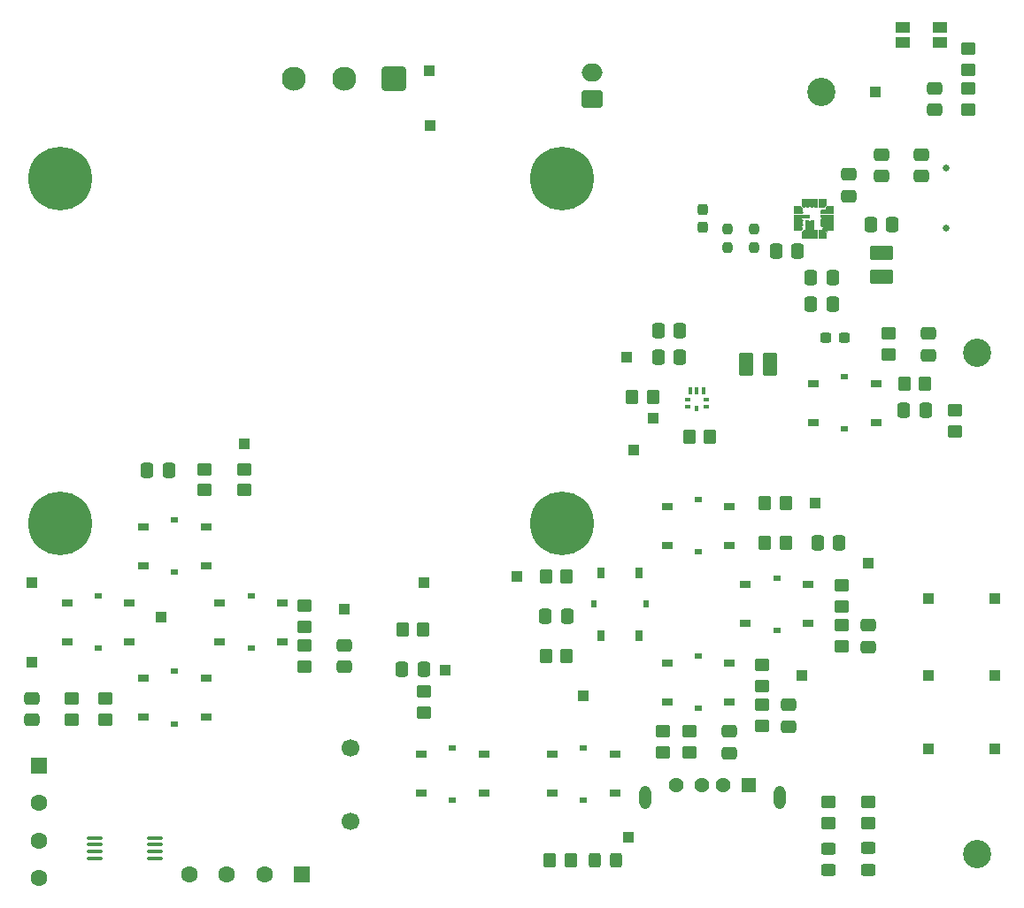
<source format=gbr>
%TF.GenerationSoftware,KiCad,Pcbnew,(6.0.5)*%
%TF.CreationDate,2022-05-15T18:43:58+01:00*%
%TF.ProjectId,CM4Carrier,434d3443-6172-4726-9965-722e6b696361,Rev1-Untested*%
%TF.SameCoordinates,Original*%
%TF.FileFunction,Soldermask,Top*%
%TF.FilePolarity,Negative*%
%FSLAX46Y46*%
G04 Gerber Fmt 4.6, Leading zero omitted, Abs format (unit mm)*
G04 Created by KiCad (PCBNEW (6.0.5)) date 2022-05-15 18:43:58*
%MOMM*%
%LPD*%
G01*
G04 APERTURE LIST*
G04 Aperture macros list*
%AMRoundRect*
0 Rectangle with rounded corners*
0 $1 Rounding radius*
0 $2 $3 $4 $5 $6 $7 $8 $9 X,Y pos of 4 corners*
0 Add a 4 corners polygon primitive as box body*
4,1,4,$2,$3,$4,$5,$6,$7,$8,$9,$2,$3,0*
0 Add four circle primitives for the rounded corners*
1,1,$1+$1,$2,$3*
1,1,$1+$1,$4,$5*
1,1,$1+$1,$6,$7*
1,1,$1+$1,$8,$9*
0 Add four rect primitives between the rounded corners*
20,1,$1+$1,$2,$3,$4,$5,0*
20,1,$1+$1,$4,$5,$6,$7,0*
20,1,$1+$1,$6,$7,$8,$9,0*
20,1,$1+$1,$8,$9,$2,$3,0*%
G04 Aperture macros list end*
%ADD10C,0.010000*%
%ADD11C,2.700000*%
%ADD12RoundRect,0.250000X-0.325000X-0.450000X0.325000X-0.450000X0.325000X0.450000X-0.325000X0.450000X0*%
%ADD13RoundRect,0.250000X0.450000X-0.350000X0.450000X0.350000X-0.450000X0.350000X-0.450000X-0.350000X0*%
%ADD14R,1.000000X1.000000*%
%ADD15R,1.000000X0.700000*%
%ADD16R,0.700000X0.600000*%
%ADD17RoundRect,0.250000X0.350000X0.450000X-0.350000X0.450000X-0.350000X-0.450000X0.350000X-0.450000X0*%
%ADD18RoundRect,0.250000X0.337500X0.475000X-0.337500X0.475000X-0.337500X-0.475000X0.337500X-0.475000X0*%
%ADD19RoundRect,0.250001X-0.849999X0.462499X-0.849999X-0.462499X0.849999X-0.462499X0.849999X0.462499X0*%
%ADD20RoundRect,0.250000X-0.475000X0.337500X-0.475000X-0.337500X0.475000X-0.337500X0.475000X0.337500X0*%
%ADD21RoundRect,0.250000X-0.350000X-0.450000X0.350000X-0.450000X0.350000X0.450000X-0.350000X0.450000X0*%
%ADD22RoundRect,0.250000X0.475000X-0.337500X0.475000X0.337500X-0.475000X0.337500X-0.475000X-0.337500X0*%
%ADD23RoundRect,0.250000X-0.337500X-0.475000X0.337500X-0.475000X0.337500X0.475000X-0.337500X0.475000X0*%
%ADD24RoundRect,0.250001X0.462499X0.849999X-0.462499X0.849999X-0.462499X-0.849999X0.462499X-0.849999X0*%
%ADD25RoundRect,0.250000X-0.550000X0.550000X-0.550000X-0.550000X0.550000X-0.550000X0.550000X0.550000X0*%
%ADD26C,1.600000*%
%ADD27R,0.700000X1.000000*%
%ADD28R,0.600000X0.700000*%
%ADD29RoundRect,0.250000X-0.450000X0.350000X-0.450000X-0.350000X0.450000X-0.350000X0.450000X0.350000X0*%
%ADD30R,1.400000X1.050000*%
%ADD31RoundRect,0.250000X-0.450000X0.325000X-0.450000X-0.325000X0.450000X-0.325000X0.450000X0.325000X0*%
%ADD32RoundRect,0.237500X0.237500X-0.300000X0.237500X0.300000X-0.237500X0.300000X-0.237500X-0.300000X0*%
%ADD33RoundRect,0.237500X-0.237500X0.250000X-0.237500X-0.250000X0.237500X-0.250000X0.237500X0.250000X0*%
%ADD34RoundRect,0.250000X0.550000X0.550000X-0.550000X0.550000X-0.550000X-0.550000X0.550000X-0.550000X0*%
%ADD35R,0.609600X0.304800*%
%ADD36R,0.304800X0.787400*%
%ADD37R,0.304800X0.609600*%
%ADD38RoundRect,0.250001X0.899999X0.899999X-0.899999X0.899999X-0.899999X-0.899999X0.899999X-0.899999X0*%
%ADD39C,2.300000*%
%ADD40RoundRect,0.100000X0.637500X0.100000X-0.637500X0.100000X-0.637500X-0.100000X0.637500X-0.100000X0*%
%ADD41RoundRect,0.237500X-0.300000X-0.237500X0.300000X-0.237500X0.300000X0.237500X-0.300000X0.237500X0*%
%ADD42C,1.700000*%
%ADD43C,6.100000*%
%ADD44RoundRect,0.250000X0.750000X-0.600000X0.750000X0.600000X-0.750000X0.600000X-0.750000X-0.600000X0*%
%ADD45O,2.000000X1.700000*%
%ADD46C,0.650000*%
%ADD47R,1.428000X1.428000*%
%ADD48C,1.428000*%
%ADD49O,1.108000X2.216000*%
G04 APERTURE END LIST*
%TO.C,U2*%
G36*
X184572491Y-74348000D02*
G01*
X184571491Y-74356000D01*
X184570491Y-74363000D01*
X184569491Y-74371000D01*
X184567491Y-74379000D01*
X184565491Y-74386000D01*
X184562491Y-74394000D01*
X184556491Y-74408000D01*
X184548491Y-74422000D01*
X184543491Y-74428000D01*
X184539491Y-74434000D01*
X184533491Y-74440000D01*
X184528491Y-74446000D01*
X184522491Y-74451000D01*
X184516491Y-74457000D01*
X184510491Y-74461000D01*
X184504491Y-74466000D01*
X184490491Y-74474000D01*
X184476491Y-74480000D01*
X184468491Y-74483000D01*
X184461491Y-74485000D01*
X184453491Y-74487000D01*
X184445491Y-74488000D01*
X184438491Y-74489000D01*
X184430491Y-74490000D01*
X184414491Y-74490000D01*
X184406491Y-74489000D01*
X184399491Y-74488000D01*
X184391491Y-74487000D01*
X184383491Y-74485000D01*
X184376491Y-74483000D01*
X184368491Y-74480000D01*
X184354491Y-74474000D01*
X184340491Y-74466000D01*
X184334491Y-74461000D01*
X184328491Y-74457000D01*
X184322491Y-74451000D01*
X184316491Y-74446000D01*
X184311491Y-74440000D01*
X184305491Y-74434000D01*
X184301491Y-74428000D01*
X184296491Y-74422000D01*
X184288491Y-74408000D01*
X184282491Y-74394000D01*
X184279491Y-74386000D01*
X184277491Y-74379000D01*
X184275491Y-74371000D01*
X184274491Y-74363000D01*
X184273491Y-74356000D01*
X184272491Y-74348000D01*
X184272491Y-73715000D01*
X184572491Y-73715000D01*
X184572491Y-74348000D01*
G37*
D10*
X184572491Y-74348000D02*
X184571491Y-74356000D01*
X184570491Y-74363000D01*
X184569491Y-74371000D01*
X184567491Y-74379000D01*
X184565491Y-74386000D01*
X184562491Y-74394000D01*
X184556491Y-74408000D01*
X184548491Y-74422000D01*
X184543491Y-74428000D01*
X184539491Y-74434000D01*
X184533491Y-74440000D01*
X184528491Y-74446000D01*
X184522491Y-74451000D01*
X184516491Y-74457000D01*
X184510491Y-74461000D01*
X184504491Y-74466000D01*
X184490491Y-74474000D01*
X184476491Y-74480000D01*
X184468491Y-74483000D01*
X184461491Y-74485000D01*
X184453491Y-74487000D01*
X184445491Y-74488000D01*
X184438491Y-74489000D01*
X184430491Y-74490000D01*
X184414491Y-74490000D01*
X184406491Y-74489000D01*
X184399491Y-74488000D01*
X184391491Y-74487000D01*
X184383491Y-74485000D01*
X184376491Y-74483000D01*
X184368491Y-74480000D01*
X184354491Y-74474000D01*
X184340491Y-74466000D01*
X184334491Y-74461000D01*
X184328491Y-74457000D01*
X184322491Y-74451000D01*
X184316491Y-74446000D01*
X184311491Y-74440000D01*
X184305491Y-74434000D01*
X184301491Y-74428000D01*
X184296491Y-74422000D01*
X184288491Y-74408000D01*
X184282491Y-74394000D01*
X184279491Y-74386000D01*
X184277491Y-74379000D01*
X184275491Y-74371000D01*
X184274491Y-74363000D01*
X184273491Y-74356000D01*
X184272491Y-74348000D01*
X184272491Y-73715000D01*
X184572491Y-73715000D01*
X184572491Y-74348000D01*
G36*
X184172491Y-74348000D02*
G01*
X184171491Y-74356000D01*
X184170491Y-74363000D01*
X184169491Y-74371000D01*
X184167491Y-74379000D01*
X184165491Y-74386000D01*
X184162491Y-74394000D01*
X184156491Y-74408000D01*
X184148491Y-74422000D01*
X184143491Y-74428000D01*
X184139491Y-74434000D01*
X184133491Y-74440000D01*
X184128491Y-74446000D01*
X184122491Y-74451000D01*
X184116491Y-74457000D01*
X184110491Y-74461000D01*
X184104491Y-74466000D01*
X184090491Y-74474000D01*
X184076491Y-74480000D01*
X184068491Y-74483000D01*
X184061491Y-74485000D01*
X184053491Y-74487000D01*
X184045491Y-74488000D01*
X184038491Y-74489000D01*
X184030491Y-74490000D01*
X184014491Y-74490000D01*
X184006491Y-74489000D01*
X183999491Y-74488000D01*
X183991491Y-74487000D01*
X183983491Y-74485000D01*
X183976491Y-74483000D01*
X183968491Y-74480000D01*
X183954491Y-74474000D01*
X183940491Y-74466000D01*
X183934491Y-74461000D01*
X183928491Y-74457000D01*
X183922491Y-74451000D01*
X183916491Y-74446000D01*
X183911491Y-74440000D01*
X183905491Y-74434000D01*
X183901491Y-74428000D01*
X183896491Y-74422000D01*
X183888491Y-74408000D01*
X183882491Y-74394000D01*
X183879491Y-74386000D01*
X183877491Y-74379000D01*
X183875491Y-74371000D01*
X183874491Y-74363000D01*
X183873491Y-74356000D01*
X183872491Y-74348000D01*
X183872491Y-73715000D01*
X184172491Y-73715000D01*
X184172491Y-74348000D01*
G37*
X184172491Y-74348000D02*
X184171491Y-74356000D01*
X184170491Y-74363000D01*
X184169491Y-74371000D01*
X184167491Y-74379000D01*
X184165491Y-74386000D01*
X184162491Y-74394000D01*
X184156491Y-74408000D01*
X184148491Y-74422000D01*
X184143491Y-74428000D01*
X184139491Y-74434000D01*
X184133491Y-74440000D01*
X184128491Y-74446000D01*
X184122491Y-74451000D01*
X184116491Y-74457000D01*
X184110491Y-74461000D01*
X184104491Y-74466000D01*
X184090491Y-74474000D01*
X184076491Y-74480000D01*
X184068491Y-74483000D01*
X184061491Y-74485000D01*
X184053491Y-74487000D01*
X184045491Y-74488000D01*
X184038491Y-74489000D01*
X184030491Y-74490000D01*
X184014491Y-74490000D01*
X184006491Y-74489000D01*
X183999491Y-74488000D01*
X183991491Y-74487000D01*
X183983491Y-74485000D01*
X183976491Y-74483000D01*
X183968491Y-74480000D01*
X183954491Y-74474000D01*
X183940491Y-74466000D01*
X183934491Y-74461000D01*
X183928491Y-74457000D01*
X183922491Y-74451000D01*
X183916491Y-74446000D01*
X183911491Y-74440000D01*
X183905491Y-74434000D01*
X183901491Y-74428000D01*
X183896491Y-74422000D01*
X183888491Y-74408000D01*
X183882491Y-74394000D01*
X183879491Y-74386000D01*
X183877491Y-74379000D01*
X183875491Y-74371000D01*
X183874491Y-74363000D01*
X183873491Y-74356000D01*
X183872491Y-74348000D01*
X183872491Y-73715000D01*
X184172491Y-73715000D01*
X184172491Y-74348000D01*
G36*
X183772491Y-74440000D02*
G01*
X183609491Y-74440000D01*
X183472491Y-74303000D01*
X183472491Y-73715000D01*
X183772491Y-73715000D01*
X183772491Y-74440000D01*
G37*
X183772491Y-74440000D02*
X183609491Y-74440000D01*
X183472491Y-74303000D01*
X183472491Y-73715000D01*
X183772491Y-73715000D01*
X183772491Y-74440000D01*
G36*
X184038491Y-75741000D02*
G01*
X184045491Y-75742000D01*
X184053491Y-75743000D01*
X184061491Y-75745000D01*
X184068491Y-75747000D01*
X184076491Y-75750000D01*
X184090491Y-75756000D01*
X184104491Y-75764000D01*
X184110491Y-75769000D01*
X184116491Y-75773000D01*
X184122491Y-75779000D01*
X184128491Y-75784000D01*
X184133491Y-75790000D01*
X184139491Y-75796000D01*
X184143491Y-75802000D01*
X184148491Y-75808000D01*
X184156491Y-75822000D01*
X184162491Y-75836000D01*
X184165491Y-75844000D01*
X184167491Y-75851000D01*
X184169491Y-75859000D01*
X184170491Y-75867000D01*
X184171491Y-75874000D01*
X184172491Y-75882000D01*
X184172491Y-77415000D01*
X183472491Y-77415000D01*
X183472491Y-76852000D01*
X183659491Y-76665000D01*
X183822491Y-76665000D01*
X183822491Y-75882000D01*
X183823491Y-75874000D01*
X183824491Y-75867000D01*
X183825491Y-75859000D01*
X183827491Y-75851000D01*
X183829491Y-75844000D01*
X183832491Y-75836000D01*
X183838491Y-75822000D01*
X183846491Y-75808000D01*
X183851491Y-75802000D01*
X183855491Y-75796000D01*
X183861491Y-75790000D01*
X183866491Y-75784000D01*
X183872491Y-75779000D01*
X183878491Y-75773000D01*
X183884491Y-75769000D01*
X183890491Y-75764000D01*
X183904491Y-75756000D01*
X183918491Y-75750000D01*
X183926491Y-75747000D01*
X183933491Y-75745000D01*
X183941491Y-75743000D01*
X183949491Y-75742000D01*
X183956491Y-75741000D01*
X183964491Y-75740000D01*
X184030491Y-75740000D01*
X184038491Y-75741000D01*
G37*
X184038491Y-75741000D02*
X184045491Y-75742000D01*
X184053491Y-75743000D01*
X184061491Y-75745000D01*
X184068491Y-75747000D01*
X184076491Y-75750000D01*
X184090491Y-75756000D01*
X184104491Y-75764000D01*
X184110491Y-75769000D01*
X184116491Y-75773000D01*
X184122491Y-75779000D01*
X184128491Y-75784000D01*
X184133491Y-75790000D01*
X184139491Y-75796000D01*
X184143491Y-75802000D01*
X184148491Y-75808000D01*
X184156491Y-75822000D01*
X184162491Y-75836000D01*
X184165491Y-75844000D01*
X184167491Y-75851000D01*
X184169491Y-75859000D01*
X184170491Y-75867000D01*
X184171491Y-75874000D01*
X184172491Y-75882000D01*
X184172491Y-77415000D01*
X183472491Y-77415000D01*
X183472491Y-76852000D01*
X183659491Y-76665000D01*
X183822491Y-76665000D01*
X183822491Y-75882000D01*
X183823491Y-75874000D01*
X183824491Y-75867000D01*
X183825491Y-75859000D01*
X183827491Y-75851000D01*
X183829491Y-75844000D01*
X183832491Y-75836000D01*
X183838491Y-75822000D01*
X183846491Y-75808000D01*
X183851491Y-75802000D01*
X183855491Y-75796000D01*
X183861491Y-75790000D01*
X183866491Y-75784000D01*
X183872491Y-75779000D01*
X183878491Y-75773000D01*
X183884491Y-75769000D01*
X183890491Y-75764000D01*
X183904491Y-75756000D01*
X183918491Y-75750000D01*
X183926491Y-75747000D01*
X183933491Y-75745000D01*
X183941491Y-75743000D01*
X183949491Y-75742000D01*
X183956491Y-75741000D01*
X183964491Y-75740000D01*
X184030491Y-75740000D01*
X184038491Y-75741000D01*
G36*
X183413491Y-74816000D02*
G01*
X183420491Y-74817000D01*
X183428491Y-74818000D01*
X183436491Y-74820000D01*
X183443491Y-74822000D01*
X183451491Y-74825000D01*
X183465491Y-74831000D01*
X183479491Y-74839000D01*
X183485491Y-74844000D01*
X183491491Y-74848000D01*
X183497491Y-74854000D01*
X183503491Y-74859000D01*
X183508491Y-74865000D01*
X183514491Y-74871000D01*
X183518491Y-74877000D01*
X183523491Y-74883000D01*
X183531491Y-74897000D01*
X183537491Y-74911000D01*
X183540491Y-74919000D01*
X183542491Y-74926000D01*
X183544491Y-74934000D01*
X183545491Y-74942000D01*
X183546491Y-74949000D01*
X183547491Y-74957000D01*
X183547491Y-74973000D01*
X183546491Y-74981000D01*
X183545491Y-74988000D01*
X183544491Y-74996000D01*
X183542491Y-75004000D01*
X183540491Y-75011000D01*
X183537491Y-75019000D01*
X183531491Y-75033000D01*
X183523491Y-75047000D01*
X183518491Y-75053000D01*
X183514491Y-75059000D01*
X183508491Y-75065000D01*
X183503491Y-75071000D01*
X183497491Y-75076000D01*
X183491491Y-75082000D01*
X183485491Y-75086000D01*
X183479491Y-75091000D01*
X183465491Y-75099000D01*
X183451491Y-75105000D01*
X183443491Y-75108000D01*
X183436491Y-75110000D01*
X183428491Y-75112000D01*
X183420491Y-75113000D01*
X183413491Y-75114000D01*
X183405491Y-75115000D01*
X182772491Y-75115000D01*
X182772491Y-74815000D01*
X183405491Y-74815000D01*
X183413491Y-74816000D01*
G37*
X183413491Y-74816000D02*
X183420491Y-74817000D01*
X183428491Y-74818000D01*
X183436491Y-74820000D01*
X183443491Y-74822000D01*
X183451491Y-74825000D01*
X183465491Y-74831000D01*
X183479491Y-74839000D01*
X183485491Y-74844000D01*
X183491491Y-74848000D01*
X183497491Y-74854000D01*
X183503491Y-74859000D01*
X183508491Y-74865000D01*
X183514491Y-74871000D01*
X183518491Y-74877000D01*
X183523491Y-74883000D01*
X183531491Y-74897000D01*
X183537491Y-74911000D01*
X183540491Y-74919000D01*
X183542491Y-74926000D01*
X183544491Y-74934000D01*
X183545491Y-74942000D01*
X183546491Y-74949000D01*
X183547491Y-74957000D01*
X183547491Y-74973000D01*
X183546491Y-74981000D01*
X183545491Y-74988000D01*
X183544491Y-74996000D01*
X183542491Y-75004000D01*
X183540491Y-75011000D01*
X183537491Y-75019000D01*
X183531491Y-75033000D01*
X183523491Y-75047000D01*
X183518491Y-75053000D01*
X183514491Y-75059000D01*
X183508491Y-75065000D01*
X183503491Y-75071000D01*
X183497491Y-75076000D01*
X183491491Y-75082000D01*
X183485491Y-75086000D01*
X183479491Y-75091000D01*
X183465491Y-75099000D01*
X183451491Y-75105000D01*
X183443491Y-75108000D01*
X183436491Y-75110000D01*
X183428491Y-75112000D01*
X183420491Y-75113000D01*
X183413491Y-75114000D01*
X183405491Y-75115000D01*
X182772491Y-75115000D01*
X182772491Y-74815000D01*
X183405491Y-74815000D01*
X183413491Y-74816000D01*
G36*
X183497491Y-76578000D02*
G01*
X183360491Y-76715000D01*
X182772491Y-76715000D01*
X182772491Y-76415000D01*
X183497491Y-76415000D01*
X183497491Y-76578000D01*
G37*
X183497491Y-76578000D02*
X183360491Y-76715000D01*
X182772491Y-76715000D01*
X182772491Y-76415000D01*
X183497491Y-76415000D01*
X183497491Y-76578000D01*
G36*
X184488491Y-75741000D02*
G01*
X184495491Y-75742000D01*
X184503491Y-75743000D01*
X184511491Y-75745000D01*
X184518491Y-75747000D01*
X184526491Y-75750000D01*
X184540491Y-75756000D01*
X184554491Y-75764000D01*
X184560491Y-75769000D01*
X184566491Y-75773000D01*
X184572491Y-75779000D01*
X184578491Y-75784000D01*
X184583491Y-75790000D01*
X184589491Y-75796000D01*
X184593491Y-75802000D01*
X184598491Y-75808000D01*
X184606491Y-75822000D01*
X184612491Y-75836000D01*
X184615491Y-75844000D01*
X184617491Y-75851000D01*
X184619491Y-75859000D01*
X184620491Y-75867000D01*
X184621491Y-75874000D01*
X184622491Y-75882000D01*
X184622491Y-76665000D01*
X184830491Y-76665000D01*
X184838491Y-76666000D01*
X184845491Y-76667000D01*
X184853491Y-76668000D01*
X184861491Y-76670000D01*
X184868491Y-76672000D01*
X184876491Y-76675000D01*
X184890491Y-76681000D01*
X184904491Y-76689000D01*
X184910491Y-76694000D01*
X184916491Y-76698000D01*
X184922491Y-76704000D01*
X184928491Y-76709000D01*
X184933491Y-76715000D01*
X184939491Y-76721000D01*
X184943491Y-76727000D01*
X184948491Y-76733000D01*
X184956491Y-76747000D01*
X184962491Y-76761000D01*
X184965491Y-76769000D01*
X184967491Y-76776000D01*
X184969491Y-76784000D01*
X184970491Y-76792000D01*
X184971491Y-76799000D01*
X184972491Y-76807000D01*
X184972491Y-77415000D01*
X184272491Y-77415000D01*
X184272491Y-75882000D01*
X184273491Y-75874000D01*
X184274491Y-75867000D01*
X184275491Y-75859000D01*
X184277491Y-75851000D01*
X184279491Y-75844000D01*
X184282491Y-75836000D01*
X184288491Y-75822000D01*
X184296491Y-75808000D01*
X184301491Y-75802000D01*
X184305491Y-75796000D01*
X184311491Y-75790000D01*
X184316491Y-75784000D01*
X184322491Y-75779000D01*
X184328491Y-75773000D01*
X184334491Y-75769000D01*
X184340491Y-75764000D01*
X184354491Y-75756000D01*
X184368491Y-75750000D01*
X184376491Y-75747000D01*
X184383491Y-75745000D01*
X184391491Y-75743000D01*
X184399491Y-75742000D01*
X184406491Y-75741000D01*
X184414491Y-75740000D01*
X184480491Y-75740000D01*
X184488491Y-75741000D01*
G37*
X184488491Y-75741000D02*
X184495491Y-75742000D01*
X184503491Y-75743000D01*
X184511491Y-75745000D01*
X184518491Y-75747000D01*
X184526491Y-75750000D01*
X184540491Y-75756000D01*
X184554491Y-75764000D01*
X184560491Y-75769000D01*
X184566491Y-75773000D01*
X184572491Y-75779000D01*
X184578491Y-75784000D01*
X184583491Y-75790000D01*
X184589491Y-75796000D01*
X184593491Y-75802000D01*
X184598491Y-75808000D01*
X184606491Y-75822000D01*
X184612491Y-75836000D01*
X184615491Y-75844000D01*
X184617491Y-75851000D01*
X184619491Y-75859000D01*
X184620491Y-75867000D01*
X184621491Y-75874000D01*
X184622491Y-75882000D01*
X184622491Y-76665000D01*
X184830491Y-76665000D01*
X184838491Y-76666000D01*
X184845491Y-76667000D01*
X184853491Y-76668000D01*
X184861491Y-76670000D01*
X184868491Y-76672000D01*
X184876491Y-76675000D01*
X184890491Y-76681000D01*
X184904491Y-76689000D01*
X184910491Y-76694000D01*
X184916491Y-76698000D01*
X184922491Y-76704000D01*
X184928491Y-76709000D01*
X184933491Y-76715000D01*
X184939491Y-76721000D01*
X184943491Y-76727000D01*
X184948491Y-76733000D01*
X184956491Y-76747000D01*
X184962491Y-76761000D01*
X184965491Y-76769000D01*
X184967491Y-76776000D01*
X184969491Y-76784000D01*
X184970491Y-76792000D01*
X184971491Y-76799000D01*
X184972491Y-76807000D01*
X184972491Y-77415000D01*
X184272491Y-77415000D01*
X184272491Y-75882000D01*
X184273491Y-75874000D01*
X184274491Y-75867000D01*
X184275491Y-75859000D01*
X184277491Y-75851000D01*
X184279491Y-75844000D01*
X184282491Y-75836000D01*
X184288491Y-75822000D01*
X184296491Y-75808000D01*
X184301491Y-75802000D01*
X184305491Y-75796000D01*
X184311491Y-75790000D01*
X184316491Y-75784000D01*
X184322491Y-75779000D01*
X184328491Y-75773000D01*
X184334491Y-75769000D01*
X184340491Y-75764000D01*
X184354491Y-75756000D01*
X184368491Y-75750000D01*
X184376491Y-75747000D01*
X184383491Y-75745000D01*
X184391491Y-75743000D01*
X184399491Y-75742000D01*
X184406491Y-75741000D01*
X184414491Y-75740000D01*
X184480491Y-75740000D01*
X184488491Y-75741000D01*
G36*
X186472491Y-75115000D02*
G01*
X185439491Y-75115000D01*
X185431491Y-75114000D01*
X185424491Y-75113000D01*
X185416491Y-75112000D01*
X185408491Y-75110000D01*
X185401491Y-75108000D01*
X185393491Y-75105000D01*
X185379491Y-75099000D01*
X185365491Y-75091000D01*
X185359491Y-75086000D01*
X185353491Y-75082000D01*
X185347491Y-75076000D01*
X185341491Y-75071000D01*
X185336491Y-75065000D01*
X185330491Y-75059000D01*
X185326491Y-75053000D01*
X185321491Y-75047000D01*
X185313491Y-75033000D01*
X185307491Y-75019000D01*
X185304491Y-75011000D01*
X185302491Y-75004000D01*
X185300491Y-74996000D01*
X185299491Y-74988000D01*
X185298491Y-74981000D01*
X185297491Y-74973000D01*
X185297491Y-74907000D01*
X185298491Y-74899000D01*
X185299491Y-74892000D01*
X185300491Y-74884000D01*
X185302491Y-74876000D01*
X185304491Y-74869000D01*
X185307491Y-74861000D01*
X185313491Y-74847000D01*
X185321491Y-74833000D01*
X185326491Y-74827000D01*
X185330491Y-74821000D01*
X185336491Y-74815000D01*
X185341491Y-74809000D01*
X185347491Y-74804000D01*
X185353491Y-74798000D01*
X185359491Y-74794000D01*
X185365491Y-74789000D01*
X185379491Y-74781000D01*
X185393491Y-74775000D01*
X185401491Y-74772000D01*
X185408491Y-74770000D01*
X185416491Y-74768000D01*
X185424491Y-74767000D01*
X185431491Y-74766000D01*
X185439491Y-74765000D01*
X185772491Y-74765000D01*
X185772491Y-74552000D01*
X185909491Y-74415000D01*
X186472491Y-74415000D01*
X186472491Y-75115000D01*
G37*
X186472491Y-75115000D02*
X185439491Y-75115000D01*
X185431491Y-75114000D01*
X185424491Y-75113000D01*
X185416491Y-75112000D01*
X185408491Y-75110000D01*
X185401491Y-75108000D01*
X185393491Y-75105000D01*
X185379491Y-75099000D01*
X185365491Y-75091000D01*
X185359491Y-75086000D01*
X185353491Y-75082000D01*
X185347491Y-75076000D01*
X185341491Y-75071000D01*
X185336491Y-75065000D01*
X185330491Y-75059000D01*
X185326491Y-75053000D01*
X185321491Y-75047000D01*
X185313491Y-75033000D01*
X185307491Y-75019000D01*
X185304491Y-75011000D01*
X185302491Y-75004000D01*
X185300491Y-74996000D01*
X185299491Y-74988000D01*
X185298491Y-74981000D01*
X185297491Y-74973000D01*
X185297491Y-74907000D01*
X185298491Y-74899000D01*
X185299491Y-74892000D01*
X185300491Y-74884000D01*
X185302491Y-74876000D01*
X185304491Y-74869000D01*
X185307491Y-74861000D01*
X185313491Y-74847000D01*
X185321491Y-74833000D01*
X185326491Y-74827000D01*
X185330491Y-74821000D01*
X185336491Y-74815000D01*
X185341491Y-74809000D01*
X185347491Y-74804000D01*
X185353491Y-74798000D01*
X185359491Y-74794000D01*
X185365491Y-74789000D01*
X185379491Y-74781000D01*
X185393491Y-74775000D01*
X185401491Y-74772000D01*
X185408491Y-74770000D01*
X185416491Y-74768000D01*
X185424491Y-74767000D01*
X185431491Y-74766000D01*
X185439491Y-74765000D01*
X185772491Y-74765000D01*
X185772491Y-74552000D01*
X185909491Y-74415000D01*
X186472491Y-74415000D01*
X186472491Y-75115000D01*
G36*
X186472491Y-75515000D02*
G01*
X185439491Y-75515000D01*
X185431491Y-75514000D01*
X185424491Y-75513000D01*
X185416491Y-75512000D01*
X185408491Y-75510000D01*
X185401491Y-75508000D01*
X185393491Y-75505000D01*
X185379491Y-75499000D01*
X185365491Y-75491000D01*
X185359491Y-75486000D01*
X185353491Y-75482000D01*
X185347491Y-75476000D01*
X185341491Y-75471000D01*
X185336491Y-75465000D01*
X185330491Y-75459000D01*
X185326491Y-75453000D01*
X185321491Y-75447000D01*
X185313491Y-75433000D01*
X185307491Y-75419000D01*
X185304491Y-75411000D01*
X185302491Y-75404000D01*
X185300491Y-75396000D01*
X185299491Y-75388000D01*
X185298491Y-75381000D01*
X185297491Y-75373000D01*
X185297491Y-75357000D01*
X185298491Y-75349000D01*
X185299491Y-75342000D01*
X185300491Y-75334000D01*
X185302491Y-75326000D01*
X185304491Y-75319000D01*
X185307491Y-75311000D01*
X185313491Y-75297000D01*
X185321491Y-75283000D01*
X185326491Y-75277000D01*
X185330491Y-75271000D01*
X185336491Y-75265000D01*
X185341491Y-75259000D01*
X185347491Y-75254000D01*
X185353491Y-75248000D01*
X185359491Y-75244000D01*
X185365491Y-75239000D01*
X185379491Y-75231000D01*
X185393491Y-75225000D01*
X185401491Y-75222000D01*
X185408491Y-75220000D01*
X185416491Y-75218000D01*
X185424491Y-75217000D01*
X185431491Y-75216000D01*
X185439491Y-75215000D01*
X186472491Y-75215000D01*
X186472491Y-75515000D01*
G37*
X186472491Y-75515000D02*
X185439491Y-75515000D01*
X185431491Y-75514000D01*
X185424491Y-75513000D01*
X185416491Y-75512000D01*
X185408491Y-75510000D01*
X185401491Y-75508000D01*
X185393491Y-75505000D01*
X185379491Y-75499000D01*
X185365491Y-75491000D01*
X185359491Y-75486000D01*
X185353491Y-75482000D01*
X185347491Y-75476000D01*
X185341491Y-75471000D01*
X185336491Y-75465000D01*
X185330491Y-75459000D01*
X185326491Y-75453000D01*
X185321491Y-75447000D01*
X185313491Y-75433000D01*
X185307491Y-75419000D01*
X185304491Y-75411000D01*
X185302491Y-75404000D01*
X185300491Y-75396000D01*
X185299491Y-75388000D01*
X185298491Y-75381000D01*
X185297491Y-75373000D01*
X185297491Y-75357000D01*
X185298491Y-75349000D01*
X185299491Y-75342000D01*
X185300491Y-75334000D01*
X185302491Y-75326000D01*
X185304491Y-75319000D01*
X185307491Y-75311000D01*
X185313491Y-75297000D01*
X185321491Y-75283000D01*
X185326491Y-75277000D01*
X185330491Y-75271000D01*
X185336491Y-75265000D01*
X185341491Y-75259000D01*
X185347491Y-75254000D01*
X185353491Y-75248000D01*
X185359491Y-75244000D01*
X185365491Y-75239000D01*
X185379491Y-75231000D01*
X185393491Y-75225000D01*
X185401491Y-75222000D01*
X185408491Y-75220000D01*
X185416491Y-75218000D01*
X185424491Y-75217000D01*
X185431491Y-75216000D01*
X185439491Y-75215000D01*
X186472491Y-75215000D01*
X186472491Y-75515000D01*
G36*
X185772491Y-74303000D02*
G01*
X185635491Y-74440000D01*
X185472491Y-74440000D01*
X185472491Y-73715000D01*
X185772491Y-73715000D01*
X185772491Y-74303000D01*
G37*
X185772491Y-74303000D02*
X185635491Y-74440000D01*
X185472491Y-74440000D01*
X185472491Y-73715000D01*
X185772491Y-73715000D01*
X185772491Y-74303000D01*
G36*
X185238491Y-76641000D02*
G01*
X185245491Y-76642000D01*
X185253491Y-76643000D01*
X185261491Y-76645000D01*
X185268491Y-76647000D01*
X185276491Y-76650000D01*
X185290491Y-76656000D01*
X185304491Y-76664000D01*
X185310491Y-76669000D01*
X185316491Y-76673000D01*
X185322491Y-76679000D01*
X185328491Y-76684000D01*
X185333491Y-76690000D01*
X185339491Y-76696000D01*
X185343491Y-76702000D01*
X185348491Y-76708000D01*
X185356491Y-76722000D01*
X185362491Y-76736000D01*
X185365491Y-76744000D01*
X185367491Y-76751000D01*
X185369491Y-76759000D01*
X185370491Y-76767000D01*
X185371491Y-76774000D01*
X185372491Y-76782000D01*
X185372491Y-77415000D01*
X185072491Y-77415000D01*
X185072491Y-76782000D01*
X185073491Y-76774000D01*
X185074491Y-76767000D01*
X185075491Y-76759000D01*
X185077491Y-76751000D01*
X185079491Y-76744000D01*
X185082491Y-76736000D01*
X185088491Y-76722000D01*
X185096491Y-76708000D01*
X185101491Y-76702000D01*
X185105491Y-76696000D01*
X185111491Y-76690000D01*
X185116491Y-76684000D01*
X185122491Y-76679000D01*
X185128491Y-76673000D01*
X185134491Y-76669000D01*
X185140491Y-76664000D01*
X185154491Y-76656000D01*
X185168491Y-76650000D01*
X185176491Y-76647000D01*
X185183491Y-76645000D01*
X185191491Y-76643000D01*
X185199491Y-76642000D01*
X185206491Y-76641000D01*
X185214491Y-76640000D01*
X185230491Y-76640000D01*
X185238491Y-76641000D01*
G37*
X185238491Y-76641000D02*
X185245491Y-76642000D01*
X185253491Y-76643000D01*
X185261491Y-76645000D01*
X185268491Y-76647000D01*
X185276491Y-76650000D01*
X185290491Y-76656000D01*
X185304491Y-76664000D01*
X185310491Y-76669000D01*
X185316491Y-76673000D01*
X185322491Y-76679000D01*
X185328491Y-76684000D01*
X185333491Y-76690000D01*
X185339491Y-76696000D01*
X185343491Y-76702000D01*
X185348491Y-76708000D01*
X185356491Y-76722000D01*
X185362491Y-76736000D01*
X185365491Y-76744000D01*
X185367491Y-76751000D01*
X185369491Y-76759000D01*
X185370491Y-76767000D01*
X185371491Y-76774000D01*
X185372491Y-76782000D01*
X185372491Y-77415000D01*
X185072491Y-77415000D01*
X185072491Y-76782000D01*
X185073491Y-76774000D01*
X185074491Y-76767000D01*
X185075491Y-76759000D01*
X185077491Y-76751000D01*
X185079491Y-76744000D01*
X185082491Y-76736000D01*
X185088491Y-76722000D01*
X185096491Y-76708000D01*
X185101491Y-76702000D01*
X185105491Y-76696000D01*
X185111491Y-76690000D01*
X185116491Y-76684000D01*
X185122491Y-76679000D01*
X185128491Y-76673000D01*
X185134491Y-76669000D01*
X185140491Y-76664000D01*
X185154491Y-76656000D01*
X185168491Y-76650000D01*
X185176491Y-76647000D01*
X185183491Y-76645000D01*
X185191491Y-76643000D01*
X185199491Y-76642000D01*
X185206491Y-76641000D01*
X185214491Y-76640000D01*
X185230491Y-76640000D01*
X185238491Y-76641000D01*
G36*
X184972491Y-74348000D02*
G01*
X184971491Y-74356000D01*
X184970491Y-74363000D01*
X184969491Y-74371000D01*
X184967491Y-74379000D01*
X184965491Y-74386000D01*
X184962491Y-74394000D01*
X184956491Y-74408000D01*
X184948491Y-74422000D01*
X184943491Y-74428000D01*
X184939491Y-74434000D01*
X184933491Y-74440000D01*
X184928491Y-74446000D01*
X184922491Y-74451000D01*
X184916491Y-74457000D01*
X184910491Y-74461000D01*
X184904491Y-74466000D01*
X184890491Y-74474000D01*
X184876491Y-74480000D01*
X184868491Y-74483000D01*
X184861491Y-74485000D01*
X184853491Y-74487000D01*
X184845491Y-74488000D01*
X184838491Y-74489000D01*
X184830491Y-74490000D01*
X184814491Y-74490000D01*
X184806491Y-74489000D01*
X184799491Y-74488000D01*
X184791491Y-74487000D01*
X184783491Y-74485000D01*
X184776491Y-74483000D01*
X184768491Y-74480000D01*
X184754491Y-74474000D01*
X184740491Y-74466000D01*
X184734491Y-74461000D01*
X184728491Y-74457000D01*
X184722491Y-74451000D01*
X184716491Y-74446000D01*
X184711491Y-74440000D01*
X184705491Y-74434000D01*
X184701491Y-74428000D01*
X184696491Y-74422000D01*
X184688491Y-74408000D01*
X184682491Y-74394000D01*
X184679491Y-74386000D01*
X184677491Y-74379000D01*
X184675491Y-74371000D01*
X184674491Y-74363000D01*
X184673491Y-74356000D01*
X184672491Y-74348000D01*
X184672491Y-73715000D01*
X184972491Y-73715000D01*
X184972491Y-74348000D01*
G37*
X184972491Y-74348000D02*
X184971491Y-74356000D01*
X184970491Y-74363000D01*
X184969491Y-74371000D01*
X184967491Y-74379000D01*
X184965491Y-74386000D01*
X184962491Y-74394000D01*
X184956491Y-74408000D01*
X184948491Y-74422000D01*
X184943491Y-74428000D01*
X184939491Y-74434000D01*
X184933491Y-74440000D01*
X184928491Y-74446000D01*
X184922491Y-74451000D01*
X184916491Y-74457000D01*
X184910491Y-74461000D01*
X184904491Y-74466000D01*
X184890491Y-74474000D01*
X184876491Y-74480000D01*
X184868491Y-74483000D01*
X184861491Y-74485000D01*
X184853491Y-74487000D01*
X184845491Y-74488000D01*
X184838491Y-74489000D01*
X184830491Y-74490000D01*
X184814491Y-74490000D01*
X184806491Y-74489000D01*
X184799491Y-74488000D01*
X184791491Y-74487000D01*
X184783491Y-74485000D01*
X184776491Y-74483000D01*
X184768491Y-74480000D01*
X184754491Y-74474000D01*
X184740491Y-74466000D01*
X184734491Y-74461000D01*
X184728491Y-74457000D01*
X184722491Y-74451000D01*
X184716491Y-74446000D01*
X184711491Y-74440000D01*
X184705491Y-74434000D01*
X184701491Y-74428000D01*
X184696491Y-74422000D01*
X184688491Y-74408000D01*
X184682491Y-74394000D01*
X184679491Y-74386000D01*
X184677491Y-74379000D01*
X184675491Y-74371000D01*
X184674491Y-74363000D01*
X184673491Y-74356000D01*
X184672491Y-74348000D01*
X184672491Y-73715000D01*
X184972491Y-73715000D01*
X184972491Y-74348000D01*
G36*
X183413491Y-75616000D02*
G01*
X183420491Y-75617000D01*
X183428491Y-75618000D01*
X183436491Y-75620000D01*
X183443491Y-75622000D01*
X183451491Y-75625000D01*
X183465491Y-75631000D01*
X183479491Y-75639000D01*
X183485491Y-75644000D01*
X183491491Y-75648000D01*
X183497491Y-75654000D01*
X183503491Y-75659000D01*
X183508491Y-75665000D01*
X183514491Y-75671000D01*
X183518491Y-75677000D01*
X183523491Y-75683000D01*
X183531491Y-75697000D01*
X183537491Y-75711000D01*
X183540491Y-75719000D01*
X183542491Y-75726000D01*
X183544491Y-75734000D01*
X183545491Y-75742000D01*
X183546491Y-75749000D01*
X183547491Y-75757000D01*
X183547491Y-75773000D01*
X183546491Y-75781000D01*
X183545491Y-75788000D01*
X183544491Y-75796000D01*
X183542491Y-75804000D01*
X183540491Y-75811000D01*
X183537491Y-75819000D01*
X183531491Y-75833000D01*
X183523491Y-75847000D01*
X183518491Y-75853000D01*
X183514491Y-75859000D01*
X183508491Y-75865000D01*
X183503491Y-75871000D01*
X183497491Y-75876000D01*
X183491491Y-75882000D01*
X183485491Y-75886000D01*
X183479491Y-75891000D01*
X183465491Y-75899000D01*
X183451491Y-75905000D01*
X183443491Y-75908000D01*
X183436491Y-75910000D01*
X183428491Y-75912000D01*
X183420491Y-75913000D01*
X183413491Y-75914000D01*
X183405491Y-75915000D01*
X182772491Y-75915000D01*
X182772491Y-75615000D01*
X183405491Y-75615000D01*
X183413491Y-75616000D01*
G37*
X183413491Y-75616000D02*
X183420491Y-75617000D01*
X183428491Y-75618000D01*
X183436491Y-75620000D01*
X183443491Y-75622000D01*
X183451491Y-75625000D01*
X183465491Y-75631000D01*
X183479491Y-75639000D01*
X183485491Y-75644000D01*
X183491491Y-75648000D01*
X183497491Y-75654000D01*
X183503491Y-75659000D01*
X183508491Y-75665000D01*
X183514491Y-75671000D01*
X183518491Y-75677000D01*
X183523491Y-75683000D01*
X183531491Y-75697000D01*
X183537491Y-75711000D01*
X183540491Y-75719000D01*
X183542491Y-75726000D01*
X183544491Y-75734000D01*
X183545491Y-75742000D01*
X183546491Y-75749000D01*
X183547491Y-75757000D01*
X183547491Y-75773000D01*
X183546491Y-75781000D01*
X183545491Y-75788000D01*
X183544491Y-75796000D01*
X183542491Y-75804000D01*
X183540491Y-75811000D01*
X183537491Y-75819000D01*
X183531491Y-75833000D01*
X183523491Y-75847000D01*
X183518491Y-75853000D01*
X183514491Y-75859000D01*
X183508491Y-75865000D01*
X183503491Y-75871000D01*
X183497491Y-75876000D01*
X183491491Y-75882000D01*
X183485491Y-75886000D01*
X183479491Y-75891000D01*
X183465491Y-75899000D01*
X183451491Y-75905000D01*
X183443491Y-75908000D01*
X183436491Y-75910000D01*
X183428491Y-75912000D01*
X183420491Y-75913000D01*
X183413491Y-75914000D01*
X183405491Y-75915000D01*
X182772491Y-75915000D01*
X182772491Y-75615000D01*
X183405491Y-75615000D01*
X183413491Y-75616000D01*
G36*
X186472491Y-76715000D02*
G01*
X185997491Y-76715000D01*
X185772491Y-76940000D01*
X185772491Y-77415000D01*
X185472491Y-77415000D01*
X185472491Y-76557000D01*
X185473491Y-76549000D01*
X185474491Y-76542000D01*
X185475491Y-76534000D01*
X185477491Y-76526000D01*
X185479491Y-76519000D01*
X185482491Y-76511000D01*
X185488491Y-76497000D01*
X185496491Y-76483000D01*
X185501491Y-76477000D01*
X185505491Y-76471000D01*
X185511491Y-76465000D01*
X185516491Y-76459000D01*
X185522491Y-76454000D01*
X185528491Y-76448000D01*
X185534491Y-76444000D01*
X185540491Y-76439000D01*
X185554491Y-76431000D01*
X185568491Y-76425000D01*
X185576491Y-76422000D01*
X185583491Y-76420000D01*
X185591491Y-76418000D01*
X185599491Y-76417000D01*
X185606491Y-76416000D01*
X185614491Y-76415000D01*
X186472491Y-76415000D01*
X186472491Y-76715000D01*
G37*
X186472491Y-76715000D02*
X185997491Y-76715000D01*
X185772491Y-76940000D01*
X185772491Y-77415000D01*
X185472491Y-77415000D01*
X185472491Y-76557000D01*
X185473491Y-76549000D01*
X185474491Y-76542000D01*
X185475491Y-76534000D01*
X185477491Y-76526000D01*
X185479491Y-76519000D01*
X185482491Y-76511000D01*
X185488491Y-76497000D01*
X185496491Y-76483000D01*
X185501491Y-76477000D01*
X185505491Y-76471000D01*
X185511491Y-76465000D01*
X185516491Y-76459000D01*
X185522491Y-76454000D01*
X185528491Y-76448000D01*
X185534491Y-76444000D01*
X185540491Y-76439000D01*
X185554491Y-76431000D01*
X185568491Y-76425000D01*
X185576491Y-76422000D01*
X185583491Y-76420000D01*
X185591491Y-76418000D01*
X185599491Y-76417000D01*
X185606491Y-76416000D01*
X185614491Y-76415000D01*
X186472491Y-76415000D01*
X186472491Y-76715000D01*
G36*
X183497491Y-74552000D02*
G01*
X183497491Y-74715000D01*
X182772491Y-74715000D01*
X182772491Y-74415000D01*
X183360491Y-74415000D01*
X183497491Y-74552000D01*
G37*
X183497491Y-74552000D02*
X183497491Y-74715000D01*
X182772491Y-74715000D01*
X182772491Y-74415000D01*
X183360491Y-74415000D01*
X183497491Y-74552000D01*
G36*
X185372491Y-74348000D02*
G01*
X185371491Y-74356000D01*
X185370491Y-74363000D01*
X185369491Y-74371000D01*
X185367491Y-74379000D01*
X185365491Y-74386000D01*
X185362491Y-74394000D01*
X185356491Y-74408000D01*
X185348491Y-74422000D01*
X185343491Y-74428000D01*
X185339491Y-74434000D01*
X185333491Y-74440000D01*
X185328491Y-74446000D01*
X185322491Y-74451000D01*
X185316491Y-74457000D01*
X185310491Y-74461000D01*
X185304491Y-74466000D01*
X185290491Y-74474000D01*
X185276491Y-74480000D01*
X185268491Y-74483000D01*
X185261491Y-74485000D01*
X185253491Y-74487000D01*
X185245491Y-74488000D01*
X185238491Y-74489000D01*
X185230491Y-74490000D01*
X185214491Y-74490000D01*
X185206491Y-74489000D01*
X185199491Y-74488000D01*
X185191491Y-74487000D01*
X185183491Y-74485000D01*
X185176491Y-74483000D01*
X185168491Y-74480000D01*
X185154491Y-74474000D01*
X185140491Y-74466000D01*
X185134491Y-74461000D01*
X185128491Y-74457000D01*
X185122491Y-74451000D01*
X185116491Y-74446000D01*
X185111491Y-74440000D01*
X185105491Y-74434000D01*
X185101491Y-74428000D01*
X185096491Y-74422000D01*
X185088491Y-74408000D01*
X185082491Y-74394000D01*
X185079491Y-74386000D01*
X185077491Y-74379000D01*
X185075491Y-74371000D01*
X185074491Y-74363000D01*
X185073491Y-74356000D01*
X185072491Y-74348000D01*
X185072491Y-73715000D01*
X185372491Y-73715000D01*
X185372491Y-74348000D01*
G37*
X185372491Y-74348000D02*
X185371491Y-74356000D01*
X185370491Y-74363000D01*
X185369491Y-74371000D01*
X185367491Y-74379000D01*
X185365491Y-74386000D01*
X185362491Y-74394000D01*
X185356491Y-74408000D01*
X185348491Y-74422000D01*
X185343491Y-74428000D01*
X185339491Y-74434000D01*
X185333491Y-74440000D01*
X185328491Y-74446000D01*
X185322491Y-74451000D01*
X185316491Y-74457000D01*
X185310491Y-74461000D01*
X185304491Y-74466000D01*
X185290491Y-74474000D01*
X185276491Y-74480000D01*
X185268491Y-74483000D01*
X185261491Y-74485000D01*
X185253491Y-74487000D01*
X185245491Y-74488000D01*
X185238491Y-74489000D01*
X185230491Y-74490000D01*
X185214491Y-74490000D01*
X185206491Y-74489000D01*
X185199491Y-74488000D01*
X185191491Y-74487000D01*
X185183491Y-74485000D01*
X185176491Y-74483000D01*
X185168491Y-74480000D01*
X185154491Y-74474000D01*
X185140491Y-74466000D01*
X185134491Y-74461000D01*
X185128491Y-74457000D01*
X185122491Y-74451000D01*
X185116491Y-74446000D01*
X185111491Y-74440000D01*
X185105491Y-74434000D01*
X185101491Y-74428000D01*
X185096491Y-74422000D01*
X185088491Y-74408000D01*
X185082491Y-74394000D01*
X185079491Y-74386000D01*
X185077491Y-74379000D01*
X185075491Y-74371000D01*
X185074491Y-74363000D01*
X185073491Y-74356000D01*
X185072491Y-74348000D01*
X185072491Y-73715000D01*
X185372491Y-73715000D01*
X185372491Y-74348000D01*
G36*
X183413491Y-76016000D02*
G01*
X183420491Y-76017000D01*
X183428491Y-76018000D01*
X183436491Y-76020000D01*
X183443491Y-76022000D01*
X183451491Y-76025000D01*
X183465491Y-76031000D01*
X183479491Y-76039000D01*
X183485491Y-76044000D01*
X183491491Y-76048000D01*
X183497491Y-76054000D01*
X183503491Y-76059000D01*
X183508491Y-76065000D01*
X183514491Y-76071000D01*
X183518491Y-76077000D01*
X183523491Y-76083000D01*
X183531491Y-76097000D01*
X183537491Y-76111000D01*
X183540491Y-76119000D01*
X183542491Y-76126000D01*
X183544491Y-76134000D01*
X183545491Y-76142000D01*
X183546491Y-76149000D01*
X183547491Y-76157000D01*
X183547491Y-76173000D01*
X183546491Y-76181000D01*
X183545491Y-76188000D01*
X183544491Y-76196000D01*
X183542491Y-76204000D01*
X183540491Y-76211000D01*
X183537491Y-76219000D01*
X183531491Y-76233000D01*
X183523491Y-76247000D01*
X183518491Y-76253000D01*
X183514491Y-76259000D01*
X183508491Y-76265000D01*
X183503491Y-76271000D01*
X183497491Y-76276000D01*
X183491491Y-76282000D01*
X183485491Y-76286000D01*
X183479491Y-76291000D01*
X183465491Y-76299000D01*
X183451491Y-76305000D01*
X183443491Y-76308000D01*
X183436491Y-76310000D01*
X183428491Y-76312000D01*
X183420491Y-76313000D01*
X183413491Y-76314000D01*
X183405491Y-76315000D01*
X182772491Y-76315000D01*
X182772491Y-76015000D01*
X183405491Y-76015000D01*
X183413491Y-76016000D01*
G37*
X183413491Y-76016000D02*
X183420491Y-76017000D01*
X183428491Y-76018000D01*
X183436491Y-76020000D01*
X183443491Y-76022000D01*
X183451491Y-76025000D01*
X183465491Y-76031000D01*
X183479491Y-76039000D01*
X183485491Y-76044000D01*
X183491491Y-76048000D01*
X183497491Y-76054000D01*
X183503491Y-76059000D01*
X183508491Y-76065000D01*
X183514491Y-76071000D01*
X183518491Y-76077000D01*
X183523491Y-76083000D01*
X183531491Y-76097000D01*
X183537491Y-76111000D01*
X183540491Y-76119000D01*
X183542491Y-76126000D01*
X183544491Y-76134000D01*
X183545491Y-76142000D01*
X183546491Y-76149000D01*
X183547491Y-76157000D01*
X183547491Y-76173000D01*
X183546491Y-76181000D01*
X183545491Y-76188000D01*
X183544491Y-76196000D01*
X183542491Y-76204000D01*
X183540491Y-76211000D01*
X183537491Y-76219000D01*
X183531491Y-76233000D01*
X183523491Y-76247000D01*
X183518491Y-76253000D01*
X183514491Y-76259000D01*
X183508491Y-76265000D01*
X183503491Y-76271000D01*
X183497491Y-76276000D01*
X183491491Y-76282000D01*
X183485491Y-76286000D01*
X183479491Y-76291000D01*
X183465491Y-76299000D01*
X183451491Y-76305000D01*
X183443491Y-76308000D01*
X183436491Y-76310000D01*
X183428491Y-76312000D01*
X183420491Y-76313000D01*
X183413491Y-76314000D01*
X183405491Y-76315000D01*
X182772491Y-76315000D01*
X182772491Y-76015000D01*
X183405491Y-76015000D01*
X183413491Y-76016000D01*
G36*
X184063491Y-75216000D02*
G01*
X184070491Y-75217000D01*
X184078491Y-75218000D01*
X184086491Y-75220000D01*
X184093491Y-75222000D01*
X184101491Y-75225000D01*
X184115491Y-75231000D01*
X184129491Y-75239000D01*
X184135491Y-75244000D01*
X184141491Y-75248000D01*
X184147491Y-75254000D01*
X184153491Y-75259000D01*
X184158491Y-75265000D01*
X184164491Y-75271000D01*
X184168491Y-75277000D01*
X184173491Y-75283000D01*
X184181491Y-75297000D01*
X184187491Y-75311000D01*
X184190491Y-75319000D01*
X184192491Y-75326000D01*
X184194491Y-75334000D01*
X184195491Y-75342000D01*
X184196491Y-75349000D01*
X184197491Y-75357000D01*
X184197491Y-75373000D01*
X184196491Y-75381000D01*
X184195491Y-75388000D01*
X184194491Y-75396000D01*
X184192491Y-75404000D01*
X184190491Y-75411000D01*
X184187491Y-75419000D01*
X184181491Y-75433000D01*
X184173491Y-75447000D01*
X184168491Y-75453000D01*
X184164491Y-75459000D01*
X184158491Y-75465000D01*
X184153491Y-75471000D01*
X184147491Y-75476000D01*
X184141491Y-75482000D01*
X184135491Y-75486000D01*
X184129491Y-75491000D01*
X184115491Y-75499000D01*
X184101491Y-75505000D01*
X184093491Y-75508000D01*
X184086491Y-75510000D01*
X184078491Y-75512000D01*
X184070491Y-75513000D01*
X184063491Y-75514000D01*
X184055491Y-75515000D01*
X182772491Y-75515000D01*
X182772491Y-75215000D01*
X184055491Y-75215000D01*
X184063491Y-75216000D01*
G37*
X184063491Y-75216000D02*
X184070491Y-75217000D01*
X184078491Y-75218000D01*
X184086491Y-75220000D01*
X184093491Y-75222000D01*
X184101491Y-75225000D01*
X184115491Y-75231000D01*
X184129491Y-75239000D01*
X184135491Y-75244000D01*
X184141491Y-75248000D01*
X184147491Y-75254000D01*
X184153491Y-75259000D01*
X184158491Y-75265000D01*
X184164491Y-75271000D01*
X184168491Y-75277000D01*
X184173491Y-75283000D01*
X184181491Y-75297000D01*
X184187491Y-75311000D01*
X184190491Y-75319000D01*
X184192491Y-75326000D01*
X184194491Y-75334000D01*
X184195491Y-75342000D01*
X184196491Y-75349000D01*
X184197491Y-75357000D01*
X184197491Y-75373000D01*
X184196491Y-75381000D01*
X184195491Y-75388000D01*
X184194491Y-75396000D01*
X184192491Y-75404000D01*
X184190491Y-75411000D01*
X184187491Y-75419000D01*
X184181491Y-75433000D01*
X184173491Y-75447000D01*
X184168491Y-75453000D01*
X184164491Y-75459000D01*
X184158491Y-75465000D01*
X184153491Y-75471000D01*
X184147491Y-75476000D01*
X184141491Y-75482000D01*
X184135491Y-75486000D01*
X184129491Y-75491000D01*
X184115491Y-75499000D01*
X184101491Y-75505000D01*
X184093491Y-75508000D01*
X184086491Y-75510000D01*
X184078491Y-75512000D01*
X184070491Y-75513000D01*
X184063491Y-75514000D01*
X184055491Y-75515000D01*
X182772491Y-75515000D01*
X182772491Y-75215000D01*
X184055491Y-75215000D01*
X184063491Y-75216000D01*
G36*
X186472491Y-76315000D02*
G01*
X185439491Y-76315000D01*
X185431491Y-76314000D01*
X185424491Y-76313000D01*
X185416491Y-76312000D01*
X185408491Y-76310000D01*
X185401491Y-76308000D01*
X185393491Y-76305000D01*
X185379491Y-76299000D01*
X185365491Y-76291000D01*
X185359491Y-76286000D01*
X185353491Y-76282000D01*
X185347491Y-76276000D01*
X185341491Y-76271000D01*
X185336491Y-76265000D01*
X185330491Y-76259000D01*
X185326491Y-76253000D01*
X185321491Y-76247000D01*
X185313491Y-76233000D01*
X185307491Y-76219000D01*
X185304491Y-76211000D01*
X185302491Y-76204000D01*
X185300491Y-76196000D01*
X185299491Y-76188000D01*
X185298491Y-76181000D01*
X185297491Y-76173000D01*
X185297491Y-75757000D01*
X185298491Y-75749000D01*
X185299491Y-75742000D01*
X185300491Y-75734000D01*
X185302491Y-75726000D01*
X185304491Y-75719000D01*
X185307491Y-75711000D01*
X185313491Y-75697000D01*
X185321491Y-75683000D01*
X185326491Y-75677000D01*
X185330491Y-75671000D01*
X185336491Y-75665000D01*
X185341491Y-75659000D01*
X185347491Y-75654000D01*
X185353491Y-75648000D01*
X185359491Y-75644000D01*
X185365491Y-75639000D01*
X185379491Y-75631000D01*
X185393491Y-75625000D01*
X185401491Y-75622000D01*
X185408491Y-75620000D01*
X185416491Y-75618000D01*
X185424491Y-75617000D01*
X185431491Y-75616000D01*
X185439491Y-75615000D01*
X186472491Y-75615000D01*
X186472491Y-76315000D01*
G37*
X186472491Y-76315000D02*
X185439491Y-76315000D01*
X185431491Y-76314000D01*
X185424491Y-76313000D01*
X185416491Y-76312000D01*
X185408491Y-76310000D01*
X185401491Y-76308000D01*
X185393491Y-76305000D01*
X185379491Y-76299000D01*
X185365491Y-76291000D01*
X185359491Y-76286000D01*
X185353491Y-76282000D01*
X185347491Y-76276000D01*
X185341491Y-76271000D01*
X185336491Y-76265000D01*
X185330491Y-76259000D01*
X185326491Y-76253000D01*
X185321491Y-76247000D01*
X185313491Y-76233000D01*
X185307491Y-76219000D01*
X185304491Y-76211000D01*
X185302491Y-76204000D01*
X185300491Y-76196000D01*
X185299491Y-76188000D01*
X185298491Y-76181000D01*
X185297491Y-76173000D01*
X185297491Y-75757000D01*
X185298491Y-75749000D01*
X185299491Y-75742000D01*
X185300491Y-75734000D01*
X185302491Y-75726000D01*
X185304491Y-75719000D01*
X185307491Y-75711000D01*
X185313491Y-75697000D01*
X185321491Y-75683000D01*
X185326491Y-75677000D01*
X185330491Y-75671000D01*
X185336491Y-75665000D01*
X185341491Y-75659000D01*
X185347491Y-75654000D01*
X185353491Y-75648000D01*
X185359491Y-75644000D01*
X185365491Y-75639000D01*
X185379491Y-75631000D01*
X185393491Y-75625000D01*
X185401491Y-75622000D01*
X185408491Y-75620000D01*
X185416491Y-75618000D01*
X185424491Y-75617000D01*
X185431491Y-75616000D01*
X185439491Y-75615000D01*
X186472491Y-75615000D01*
X186472491Y-76315000D01*
%TD*%
D11*
%TO.C,REF\u002A\u002A*%
X200297000Y-136462000D03*
%TD*%
D12*
%TO.C,D1*%
X163694000Y-137033000D03*
X165744000Y-137033000D03*
%TD*%
D13*
%TO.C,R22*%
X130175000Y-101600000D03*
X130175000Y-99600000D03*
%TD*%
D14*
%TO.C,TP26*%
X190500000Y-63500000D03*
%TD*%
D15*
%TO.C,SW9*%
X170600008Y-118169928D03*
X176600008Y-118169928D03*
X170600008Y-121869928D03*
X176600008Y-121869928D03*
D16*
X173600008Y-117519928D03*
X173600008Y-122519928D03*
%TD*%
D17*
%TO.C,R1*%
X161385000Y-137033000D03*
X159385000Y-137033000D03*
%TD*%
D18*
%TO.C,C4*%
X192172500Y-76200000D03*
X190097500Y-76200000D03*
%TD*%
D13*
%TO.C,R48*%
X199390000Y-65135000D03*
X199390000Y-63135000D03*
%TD*%
D14*
%TO.C,TP5*%
X166740000Y-88900000D03*
%TD*%
D19*
%TO.C,L1*%
X191135000Y-78847500D03*
X191135000Y-81172500D03*
%TD*%
D20*
%TO.C,C19*%
X109855000Y-121517500D03*
X109855000Y-123592500D03*
%TD*%
D13*
%TO.C,R4*%
X189865000Y-133470000D03*
X189865000Y-131470000D03*
%TD*%
D21*
%TO.C,R12*%
X167275000Y-92710000D03*
X169275000Y-92710000D03*
%TD*%
%TO.C,R34*%
X179975000Y-102870000D03*
X181975000Y-102870000D03*
%TD*%
D14*
%TO.C,TP7*%
X147320000Y-110490000D03*
%TD*%
D22*
%TO.C,C3*%
X187960000Y-73427500D03*
X187960000Y-71352500D03*
%TD*%
D23*
%TO.C,C22*%
X158982500Y-113665000D03*
X161057500Y-113665000D03*
%TD*%
D20*
%TO.C,C20*%
X176530000Y-124692500D03*
X176530000Y-126767500D03*
%TD*%
D21*
%TO.C,R16*%
X145304000Y-114935000D03*
X147304000Y-114935000D03*
%TD*%
D17*
%TO.C,R31*%
X161020000Y-117475000D03*
X159020000Y-117475000D03*
%TD*%
D15*
%TO.C,SW3*%
X184600006Y-91419994D03*
X190600006Y-91419994D03*
X184600006Y-95119994D03*
X190600006Y-95119994D03*
D16*
X187600006Y-90769994D03*
X187600006Y-95769994D03*
%TD*%
D21*
%TO.C,R35*%
X179975000Y-106680000D03*
X181975000Y-106680000D03*
%TD*%
D24*
%TO.C,L2*%
X180486500Y-89535000D03*
X178161500Y-89535000D03*
%TD*%
D14*
%TO.C,TP18*%
X156210000Y-109855000D03*
%TD*%
D22*
%TO.C,C17*%
X195580000Y-88667500D03*
X195580000Y-86592500D03*
%TD*%
D20*
%TO.C,C23*%
X182245000Y-122152500D03*
X182245000Y-124227500D03*
%TD*%
D14*
%TO.C,TP2*%
X166878000Y-134874000D03*
%TD*%
D20*
%TO.C,C25*%
X189865000Y-114532500D03*
X189865000Y-116607500D03*
%TD*%
D14*
%TO.C,TP10*%
X162560000Y-121285000D03*
%TD*%
%TO.C,TP23*%
X189865000Y-108585000D03*
%TD*%
D13*
%TO.C,R28*%
X135890000Y-118475000D03*
X135890000Y-116475000D03*
%TD*%
D17*
%TO.C,R30*%
X161020000Y-109855000D03*
X159020000Y-109855000D03*
%TD*%
D18*
%TO.C,C15*%
X147341500Y-118744999D03*
X145266500Y-118744999D03*
%TD*%
D13*
%TO.C,R33*%
X179705000Y-124190000D03*
X179705000Y-122190000D03*
%TD*%
D25*
%TO.C,J2*%
X110490000Y-127949999D03*
D26*
X110490000Y-131549999D03*
X110490000Y-135149999D03*
X110490000Y-138749999D03*
%TD*%
D15*
%TO.C,SW1*%
X119199996Y-116120003D03*
X113199996Y-116120003D03*
X119199996Y-112420003D03*
X113199996Y-112420003D03*
D16*
X116199996Y-116770003D03*
X116199996Y-111770003D03*
%TD*%
D27*
%TO.C,SW8*%
X164249998Y-115519917D03*
X164249998Y-109519917D03*
X167949998Y-115519917D03*
X167949998Y-109519917D03*
D28*
X163599998Y-112519917D03*
X168599998Y-112519917D03*
%TD*%
D11*
%TO.C,REF\u002A\u002A*%
X185400000Y-63470000D03*
%TD*%
D15*
%TO.C,SW7*%
X127799992Y-112420003D03*
X133799992Y-112420003D03*
X127799992Y-116120003D03*
X133799992Y-116120003D03*
D16*
X130799992Y-111770003D03*
X130799992Y-116770003D03*
%TD*%
D29*
%TO.C,R32*%
X179705000Y-118380000D03*
X179705000Y-120380000D03*
%TD*%
D30*
%TO.C,SW13*%
X196745000Y-58707993D03*
X193145000Y-58707993D03*
X196745000Y-57257993D03*
X193145000Y-57257993D03*
%TD*%
D18*
%TO.C,C18*%
X122957500Y-99695000D03*
X120882500Y-99695000D03*
%TD*%
D31*
%TO.C,D2*%
X186055000Y-135915000D03*
X186055000Y-137965000D03*
%TD*%
D14*
%TO.C,TP6*%
X109855000Y-110490000D03*
%TD*%
D13*
%TO.C,R24*%
X170180000Y-126730000D03*
X170180000Y-124730000D03*
%TD*%
D32*
%TO.C,C2*%
X173990000Y-76427500D03*
X173990000Y-74702500D03*
%TD*%
D29*
%TO.C,R19*%
X198120000Y-93980000D03*
X198120000Y-95980000D03*
%TD*%
D20*
%TO.C,C21*%
X139700000Y-116437500D03*
X139700000Y-118512500D03*
%TD*%
D14*
%TO.C,TP9*%
X109855000Y-118110000D03*
%TD*%
D29*
%TO.C,R26*%
X135890000Y-112665000D03*
X135890000Y-114665000D03*
%TD*%
D14*
%TO.C,TP27*%
X122174000Y-113792000D03*
%TD*%
D21*
%TO.C,R18*%
X193310000Y-91440000D03*
X195310000Y-91440000D03*
%TD*%
D23*
%TO.C,C16*%
X193272500Y-93980000D03*
X195347500Y-93980000D03*
%TD*%
%TO.C,C24*%
X185017500Y-106680000D03*
X187092500Y-106680000D03*
%TD*%
D13*
%TO.C,R14*%
X147320001Y-122919999D03*
X147320001Y-120919999D03*
%TD*%
D22*
%TO.C,C5*%
X191135000Y-71522500D03*
X191135000Y-69447500D03*
%TD*%
D33*
%TO.C,R6*%
X178907500Y-76557500D03*
X178907500Y-78382500D03*
%TD*%
D13*
%TO.C,R17*%
X191770000Y-88630000D03*
X191770000Y-86630000D03*
%TD*%
%TO.C,R37*%
X187325000Y-116570000D03*
X187325000Y-114570000D03*
%TD*%
%TO.C,R20*%
X126365000Y-101600000D03*
X126365000Y-99600000D03*
%TD*%
D14*
%TO.C,TP4*%
X169275000Y-94742000D03*
%TD*%
D31*
%TO.C,D3*%
X189865000Y-135890000D03*
X189865000Y-137940000D03*
%TD*%
D29*
%TO.C,R36*%
X187325000Y-110760000D03*
X187325000Y-112760000D03*
%TD*%
D13*
%TO.C,R21*%
X116840000Y-123555000D03*
X116840000Y-121555000D03*
%TD*%
D11*
%TO.C,REF\u002A\u002A*%
X200297000Y-88464000D03*
%TD*%
D22*
%TO.C,C7*%
X194945000Y-71522500D03*
X194945000Y-69447500D03*
%TD*%
D14*
%TO.C,TP1*%
X147955000Y-66675000D03*
%TD*%
D33*
%TO.C,R7*%
X176367500Y-76557500D03*
X176367500Y-78382500D03*
%TD*%
D14*
%TO.C,TP19*%
X183515000Y-119380000D03*
%TD*%
D15*
%TO.C,SW4*%
X120500007Y-105119992D03*
X126500007Y-105119992D03*
X120500007Y-108819992D03*
X126500007Y-108819992D03*
D16*
X123500007Y-104469992D03*
X123500007Y-109469992D03*
%TD*%
D34*
%TO.C,J8*%
X135680000Y-138430000D03*
D26*
X132080000Y-138430000D03*
X128480000Y-138430000D03*
X124880000Y-138430000D03*
%TD*%
D35*
%TO.C,U4*%
X174350001Y-93584999D03*
X174350001Y-92935000D03*
D36*
X174099999Y-92053899D03*
X173450000Y-92053899D03*
X172800001Y-92053899D03*
D35*
X172549999Y-92935000D03*
X172549999Y-93584999D03*
D37*
X173450000Y-93765001D03*
%TD*%
D38*
%TO.C,J7*%
X144500000Y-62230000D03*
D39*
X139700000Y-62230000D03*
X134900000Y-62230000D03*
%TD*%
D14*
%TO.C,TP3*%
X167386000Y-97790000D03*
%TD*%
D40*
%TO.C,U6*%
X121607500Y-136865000D03*
X121607500Y-136215000D03*
X121607500Y-135565000D03*
X121607500Y-134915000D03*
X115882500Y-134915000D03*
X115882500Y-135565000D03*
X115882500Y-136215000D03*
X115882500Y-136865000D03*
%TD*%
D13*
%TO.C,R25*%
X172720000Y-126730000D03*
X172720000Y-124730000D03*
%TD*%
D23*
%TO.C,C12*%
X169777500Y-88900000D03*
X171852500Y-88900000D03*
%TD*%
D15*
%TO.C,SW2*%
X153100005Y-130619923D03*
X147100005Y-130619923D03*
X153100005Y-126919923D03*
X147100005Y-126919923D03*
D16*
X150100005Y-131269923D03*
X150100005Y-126269923D03*
%TD*%
D41*
%TO.C,C8*%
X185827500Y-86995000D03*
X187552500Y-86995000D03*
%TD*%
D23*
%TO.C,C11*%
X184382500Y-83820000D03*
X186457500Y-83820000D03*
%TD*%
%TO.C,C9*%
X184382500Y-81280000D03*
X186457500Y-81280000D03*
%TD*%
D14*
%TO.C,TP8*%
X130175000Y-97155000D03*
%TD*%
D17*
%TO.C,R11*%
X174736000Y-96520000D03*
X172736000Y-96520000D03*
%TD*%
D13*
%TO.C,R23*%
X113665000Y-123555000D03*
X113665000Y-121555000D03*
%TD*%
%TO.C,R5*%
X186055000Y-133495000D03*
X186055000Y-131495000D03*
%TD*%
D15*
%TO.C,SW11*%
X178099993Y-110669917D03*
X184099993Y-110669917D03*
X178099993Y-114369917D03*
X184099993Y-114369917D03*
D16*
X181099993Y-110019917D03*
X181099993Y-115019917D03*
%TD*%
D14*
%TO.C,TP24*%
X147828000Y-61468000D03*
%TD*%
D18*
%TO.C,C6*%
X183120000Y-78740000D03*
X181045000Y-78740000D03*
%TD*%
D20*
%TO.C,C32*%
X196215000Y-63097500D03*
X196215000Y-65172500D03*
%TD*%
D15*
%TO.C,SW5*%
X126500007Y-123319988D03*
X120500007Y-123319988D03*
X126500007Y-119619988D03*
X120500007Y-119619988D03*
D16*
X123500007Y-123969988D03*
X123500007Y-118969988D03*
%TD*%
D15*
%TO.C,SW6*%
X159600005Y-126919923D03*
X165600005Y-126919923D03*
X159600005Y-130619923D03*
X165600005Y-130619923D03*
D16*
X162600005Y-126269923D03*
X162600005Y-131269923D03*
%TD*%
D15*
%TO.C,SW10*%
X170600008Y-103169907D03*
X176600008Y-103169907D03*
X170600008Y-106869907D03*
X176600008Y-106869907D03*
D16*
X173600008Y-102519907D03*
X173600008Y-107519907D03*
%TD*%
D23*
%TO.C,C13*%
X169777500Y-86360000D03*
X171852500Y-86360000D03*
%TD*%
D14*
%TO.C,TP11*%
X139700000Y-113030000D03*
%TD*%
%TO.C,TP22*%
X184785000Y-102870000D03*
%TD*%
D29*
%TO.C,R44*%
X199390000Y-59325000D03*
X199390000Y-61325000D03*
%TD*%
D14*
%TO.C,TP14*%
X201930000Y-119380000D03*
%TD*%
D42*
%TO.C,J6*%
X140335000Y-133310000D03*
X140335000Y-126310000D03*
%TD*%
D14*
%TO.C,TP12*%
X195580000Y-119380000D03*
%TD*%
%TO.C,TP13*%
X195580000Y-126365000D03*
%TD*%
%TO.C,TP15*%
X201930000Y-126365000D03*
%TD*%
%TO.C,TP16*%
X195580000Y-112014000D03*
%TD*%
D43*
%TO.C,Module1*%
X112525000Y-71765000D03*
X160525000Y-104765000D03*
X160525000Y-71765000D03*
X112525000Y-104765000D03*
%TD*%
D14*
%TO.C,TP28*%
X149352000Y-118872000D03*
%TD*%
D44*
%TO.C,BT1*%
X163470000Y-64115000D03*
D45*
X163470000Y-61615000D03*
%TD*%
D46*
%TO.C,J4*%
X197327500Y-76550000D03*
X197327500Y-70770000D03*
%TD*%
D47*
%TO.C,J3*%
X178450000Y-129822500D03*
D48*
X175950000Y-129822500D03*
X173950000Y-129822500D03*
X171450000Y-129822500D03*
D49*
X181350000Y-131022500D03*
X168550000Y-131022500D03*
%TD*%
D14*
%TO.C,TP17*%
X201930000Y-112014001D03*
%TD*%
M02*

</source>
